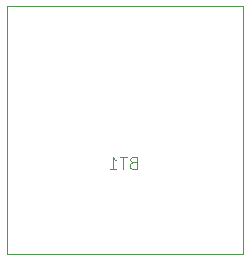
<source format=gbr>
%TF.GenerationSoftware,KiCad,Pcbnew,9.0.2-9.0.2-0~ubuntu22.04.1*%
%TF.CreationDate,2025-07-10T14:00:21-04:00*%
%TF.ProjectId,GettingToBlinky5.0,47657474-696e-4675-946f-426c696e6b79,rev?*%
%TF.SameCoordinates,Original*%
%TF.FileFunction,Legend,Bot*%
%TF.FilePolarity,Positive*%
%FSLAX46Y46*%
G04 Gerber Fmt 4.6, Leading zero omitted, Abs format (unit mm)*
G04 Created by KiCad (PCBNEW 9.0.2-9.0.2-0~ubuntu22.04.1) date 2025-07-10 14:00:21*
%MOMM*%
%LPD*%
G01*
G04 APERTURE LIST*
%ADD10C,0.100000*%
G04 APERTURE END LIST*
D10*
X141685714Y-114033609D02*
X141542857Y-114081228D01*
X141542857Y-114081228D02*
X141495238Y-114128847D01*
X141495238Y-114128847D02*
X141447619Y-114224085D01*
X141447619Y-114224085D02*
X141447619Y-114366942D01*
X141447619Y-114366942D02*
X141495238Y-114462180D01*
X141495238Y-114462180D02*
X141542857Y-114509800D01*
X141542857Y-114509800D02*
X141638095Y-114557419D01*
X141638095Y-114557419D02*
X142019047Y-114557419D01*
X142019047Y-114557419D02*
X142019047Y-113557419D01*
X142019047Y-113557419D02*
X141685714Y-113557419D01*
X141685714Y-113557419D02*
X141590476Y-113605038D01*
X141590476Y-113605038D02*
X141542857Y-113652657D01*
X141542857Y-113652657D02*
X141495238Y-113747895D01*
X141495238Y-113747895D02*
X141495238Y-113843133D01*
X141495238Y-113843133D02*
X141542857Y-113938371D01*
X141542857Y-113938371D02*
X141590476Y-113985990D01*
X141590476Y-113985990D02*
X141685714Y-114033609D01*
X141685714Y-114033609D02*
X142019047Y-114033609D01*
X141161904Y-113557419D02*
X140590476Y-113557419D01*
X140876190Y-114557419D02*
X140876190Y-113557419D01*
X139733333Y-114557419D02*
X140304761Y-114557419D01*
X140019047Y-114557419D02*
X140019047Y-113557419D01*
X140019047Y-113557419D02*
X140114285Y-113700276D01*
X140114285Y-113700276D02*
X140209523Y-113795514D01*
X140209523Y-113795514D02*
X140304761Y-113843133D01*
%TO.C,BT1*%
X131000000Y-100800000D02*
X131000000Y-121800000D01*
X151000000Y-100800000D02*
X131000000Y-100800000D01*
X151000000Y-121800000D02*
X131000000Y-121800000D01*
X151000000Y-121800000D02*
X151000000Y-100800000D01*
%TD*%
M02*

</source>
